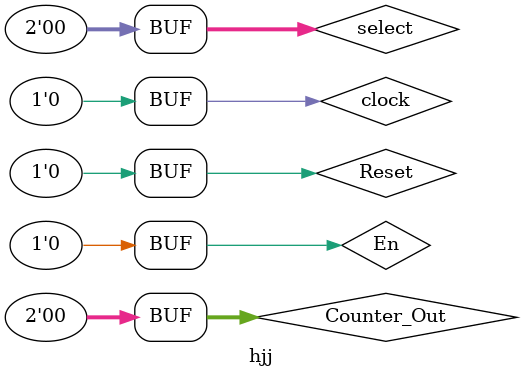
<source format=v>
`timescale 1ns / 1ps


module hjj;

	// Inputs
	reg clock;
	reg Reset;
	reg En;
	reg [1:0] select;
	reg [1:0] Counter_Out;

	// Outputs
	wire out1;

	// Instantiate the Unit Under Test (UUT)
	TwoBitCounter uut (
		.clock(clock), 
		.Reset(Reset), 
		.En(En), 
		.select(select), 
		.Counter_Out(Counter_Out), 
		.out1(out1)
	);

	initial begin
		// Initialize Inputs
		clock = 0;
		Reset = 0;
		En = 0;
		select = 0;
		Counter_Out = 0;

		// Wait 100 ns for global reset to finish
		#100;
        
		// Add stimulus here

	end
      
endmodule


</source>
